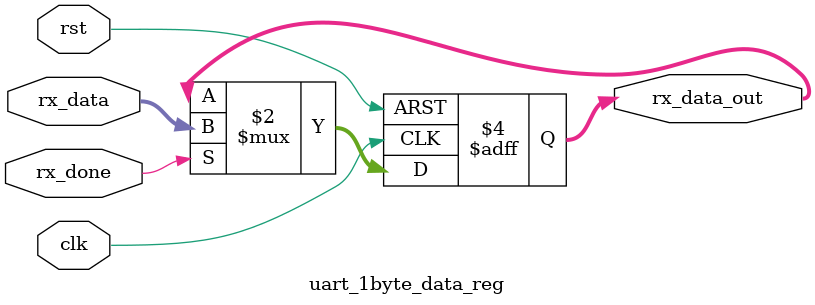
<source format=v>
module uart_1byte_data_reg (
    input clk,
    input rst,
    input rx_done,
    input [7:0] rx_data,
    output reg [7:0] rx_data_out
);

    always @(posedge clk, posedge rst) begin
        if (rst) begin
            rx_data_out <= 8'd0;
        end else if (rx_done) begin
            rx_data_out <= rx_data;
        end else;
    end


endmodule

</source>
